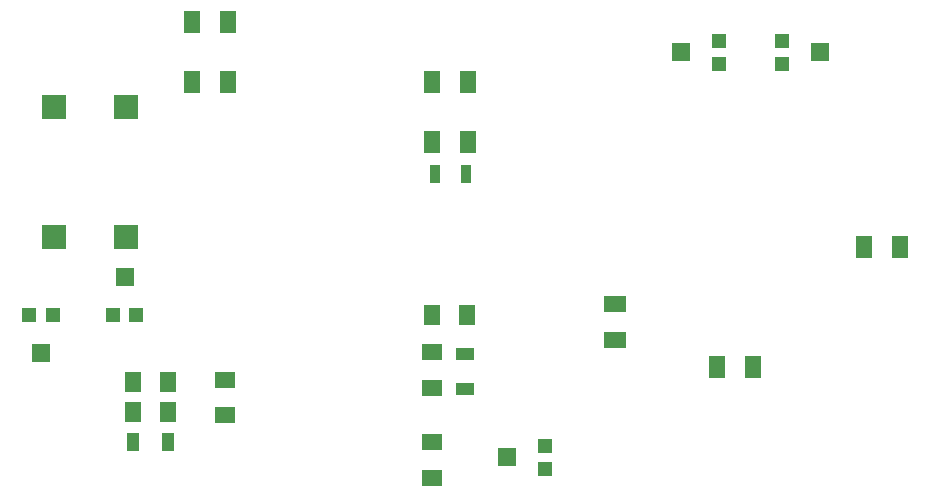
<source format=gtp>
%FSDAX23Y23*%
%MOMM*%
%SFA1B1*%

%IPPOS*%
%ADD10R,1.349997X1.849996*%
%ADD11R,1.399997X1.749997*%
%ADD12R,1.599997X1.499997*%
%ADD13R,1.199998X1.199998*%
%ADD14R,0.857998X1.611997*%
%ADD15R,1.599997X1.049998*%
%ADD16R,1.499997X1.599997*%
%ADD17R,1.999996X1.999996*%
%ADD18R,1.049998X1.599997*%
%ADD19R,1.749997X1.399997*%
%ADD20R,1.199998X1.199998*%
%ADD21R,1.599997X1.499997*%
%ADD22R,1.499997X1.599997*%
%ADD23R,1.849996X1.349997*%
%LNbevattningssystem-1*%
%LPD*%
G54D10*
X73722Y22225D03*
X76771D03*
X16889Y36195D03*
X19939D03*
X40259Y31115D03*
X37209D03*
X16889Y41275D03*
X19939D03*
X40259Y36195D03*
X37209D03*
X64389Y12065D03*
X61339D03*
G54D11*
X37146Y16510D03*
X40147D03*
X11834Y08255D03*
X14834D03*
Y10795D03*
X11834D03*
G54D12*
X11159Y19759D03*
G54D13*
X10160Y16510D03*
X12159D03*
X66779Y37734D03*
Y39734D03*
X61489D03*
Y37734D03*
G54D14*
X37407Y28460D03*
X40061D03*
G54D15*
X40005Y13221D03*
Y10272D03*
G54D16*
X70029Y38735D03*
X58239D03*
G54D17*
X05134Y23074D03*
X11284D03*
Y34074D03*
X05134D03*
G54D18*
X14809Y05715D03*
X11859D03*
G54D19*
X37146Y05715D03*
Y02714D03*
X19685Y08024D03*
Y11024D03*
X37146Y10334D03*
Y13335D03*
G54D20*
X03079Y16510D03*
X05080D03*
X46759Y03444D03*
Y05444D03*
G54D21*
X04079Y13259D03*
G54D22*
X43509Y04445D03*
G54D23*
X52705Y17399D03*
Y14349D03*
M02*
</source>
